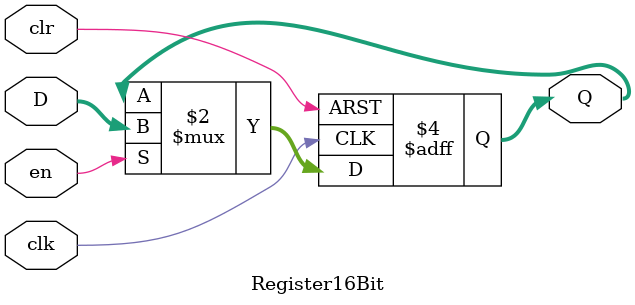
<source format=v>
module Register16Bit(
	input [15:0] D,
	input clk,
	input en,
	input clr,
	output reg [15:0] Q
);
	
	initial begin
		Q <= 16'h0000;
	end
	
	always @(posedge clk or posedge clr)
	begin
		if(clr) begin
			Q <= 16'h0000;
		end
		else begin
			Q <= en ? D: Q;
		end
	end

endmodule

</source>
